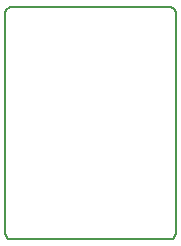
<source format=gm1>
G04*
G04 #@! TF.GenerationSoftware,Altium Limited,Altium Designer,22.2.1 (43)*
G04*
G04 Layer_Color=16711935*
%FSLAX25Y25*%
%MOIN*%
G70*
G04*
G04 #@! TF.SameCoordinates,4B28361B-3754-4690-972C-136B69916877*
G04*
G04*
G04 #@! TF.FilePolarity,Positive*
G04*
G01*
G75*
%ADD10C,0.00500*%
D10*
X2000Y3500D02*
X2268Y2500D01*
X3000Y1768D01*
X4000Y1500D01*
Y79000D02*
X3000Y78732D01*
X2268Y78000D01*
X2000Y77000D01*
X59000D02*
X58732Y78000D01*
X58000Y78732D01*
X57000Y79000D01*
Y1500D02*
X58000Y1768D01*
X58732Y2500D01*
X59000Y3500D01*
X2000D02*
Y77000D01*
X4000Y79000D02*
X57000D01*
X59000Y3500D02*
Y77000D01*
X4000Y1500D02*
X57000D01*
M02*

</source>
